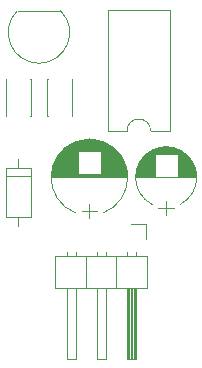
<source format=gto>
%TF.GenerationSoftware,KiCad,Pcbnew,(5.1.7)-1*%
%TF.CreationDate,2022-01-04T17:04:23+01:00*%
%TF.ProjectId,psu-module-negative,7073752d-6d6f-4647-956c-652d6e656761,rev?*%
%TF.SameCoordinates,Original*%
%TF.FileFunction,Legend,Top*%
%TF.FilePolarity,Positive*%
%FSLAX46Y46*%
G04 Gerber Fmt 4.6, Leading zero omitted, Abs format (unit mm)*
G04 Created by KiCad (PCBNEW (5.1.7)-1) date 2022-01-04 17:04:23*
%MOMM*%
%LPD*%
G01*
G04 APERTURE LIST*
%ADD10C,0.120000*%
%ADD11R,1.600000X1.600000*%
%ADD12O,1.600000X1.600000*%
%ADD13C,1.600000*%
%ADD14O,1.300000X1.300000*%
%ADD15C,1.300000*%
%ADD16R,1.700000X1.700000*%
%ADD17O,1.700000X1.700000*%
G04 APERTURE END LIST*
D10*
X18020000Y-20410000D02*
X15900000Y-20410000D01*
X16960000Y-24640000D02*
X16960000Y-23870000D01*
X16960000Y-18980000D02*
X16960000Y-19750000D01*
X18020000Y-23870000D02*
X18020000Y-19750000D01*
X15900000Y-23870000D02*
X18020000Y-23870000D01*
X15900000Y-19750000D02*
X15900000Y-23870000D01*
X18020000Y-19750000D02*
X15900000Y-19750000D01*
X19504000Y-15310000D02*
X19440000Y-15310000D01*
X21560000Y-15310000D02*
X21496000Y-15310000D01*
X19504000Y-12190000D02*
X19440000Y-12190000D01*
X21560000Y-12190000D02*
X21496000Y-12190000D01*
X19440000Y-12190000D02*
X19440000Y-15310000D01*
X21560000Y-12190000D02*
X21560000Y-15310000D01*
X15964000Y-15310000D02*
X15900000Y-15310000D01*
X18020000Y-15310000D02*
X17956000Y-15310000D01*
X15964000Y-12190000D02*
X15900000Y-12190000D01*
X18020000Y-12190000D02*
X17956000Y-12190000D01*
X15900000Y-12190000D02*
X15900000Y-15310000D01*
X18020000Y-12190000D02*
X18020000Y-15310000D01*
X20530000Y-6400000D02*
X16930000Y-6400000D01*
X20568478Y-6411522D02*
G75*
G02*
X18730000Y-10850000I-1838478J-1838478D01*
G01*
X16891522Y-6411522D02*
G75*
G03*
X18730000Y-10850000I1838478J-1838478D01*
G01*
X19800000Y-20500000D02*
X26200000Y-20500000D01*
X19800000Y-20460000D02*
X26200000Y-20460000D01*
X19800000Y-20420000D02*
X26200000Y-20420000D01*
X19802000Y-20380000D02*
X26198000Y-20380000D01*
X19803000Y-20340000D02*
X26197000Y-20340000D01*
X19806000Y-20300000D02*
X26194000Y-20300000D01*
X19808000Y-20260000D02*
X26192000Y-20260000D01*
X19812000Y-20220000D02*
X22020000Y-20220000D01*
X23980000Y-20220000D02*
X26188000Y-20220000D01*
X19815000Y-20180000D02*
X22020000Y-20180000D01*
X23980000Y-20180000D02*
X26185000Y-20180000D01*
X19820000Y-20140000D02*
X22020000Y-20140000D01*
X23980000Y-20140000D02*
X26180000Y-20140000D01*
X19824000Y-20100000D02*
X22020000Y-20100000D01*
X23980000Y-20100000D02*
X26176000Y-20100000D01*
X19830000Y-20060000D02*
X22020000Y-20060000D01*
X23980000Y-20060000D02*
X26170000Y-20060000D01*
X19835000Y-20020000D02*
X22020000Y-20020000D01*
X23980000Y-20020000D02*
X26165000Y-20020000D01*
X19842000Y-19980000D02*
X22020000Y-19980000D01*
X23980000Y-19980000D02*
X26158000Y-19980000D01*
X19848000Y-19940000D02*
X22020000Y-19940000D01*
X23980000Y-19940000D02*
X26152000Y-19940000D01*
X19856000Y-19900000D02*
X22020000Y-19900000D01*
X23980000Y-19900000D02*
X26144000Y-19900000D01*
X19863000Y-19860000D02*
X22020000Y-19860000D01*
X23980000Y-19860000D02*
X26137000Y-19860000D01*
X19872000Y-19820000D02*
X22020000Y-19820000D01*
X23980000Y-19820000D02*
X26128000Y-19820000D01*
X19881000Y-19779000D02*
X22020000Y-19779000D01*
X23980000Y-19779000D02*
X26119000Y-19779000D01*
X19890000Y-19739000D02*
X22020000Y-19739000D01*
X23980000Y-19739000D02*
X26110000Y-19739000D01*
X19900000Y-19699000D02*
X22020000Y-19699000D01*
X23980000Y-19699000D02*
X26100000Y-19699000D01*
X19910000Y-19659000D02*
X22020000Y-19659000D01*
X23980000Y-19659000D02*
X26090000Y-19659000D01*
X19921000Y-19619000D02*
X22020000Y-19619000D01*
X23980000Y-19619000D02*
X26079000Y-19619000D01*
X19933000Y-19579000D02*
X22020000Y-19579000D01*
X23980000Y-19579000D02*
X26067000Y-19579000D01*
X19945000Y-19539000D02*
X22020000Y-19539000D01*
X23980000Y-19539000D02*
X26055000Y-19539000D01*
X19958000Y-19499000D02*
X22020000Y-19499000D01*
X23980000Y-19499000D02*
X26042000Y-19499000D01*
X19971000Y-19459000D02*
X22020000Y-19459000D01*
X23980000Y-19459000D02*
X26029000Y-19459000D01*
X19985000Y-19419000D02*
X22020000Y-19419000D01*
X23980000Y-19419000D02*
X26015000Y-19419000D01*
X19999000Y-19379000D02*
X22020000Y-19379000D01*
X23980000Y-19379000D02*
X26001000Y-19379000D01*
X20014000Y-19339000D02*
X22020000Y-19339000D01*
X23980000Y-19339000D02*
X25986000Y-19339000D01*
X20030000Y-19299000D02*
X22020000Y-19299000D01*
X23980000Y-19299000D02*
X25970000Y-19299000D01*
X20046000Y-19259000D02*
X22020000Y-19259000D01*
X23980000Y-19259000D02*
X25954000Y-19259000D01*
X20063000Y-19219000D02*
X22020000Y-19219000D01*
X23980000Y-19219000D02*
X25937000Y-19219000D01*
X20081000Y-19179000D02*
X22020000Y-19179000D01*
X23980000Y-19179000D02*
X25919000Y-19179000D01*
X20099000Y-19139000D02*
X22020000Y-19139000D01*
X23980000Y-19139000D02*
X25901000Y-19139000D01*
X20118000Y-19099000D02*
X22020000Y-19099000D01*
X23980000Y-19099000D02*
X25882000Y-19099000D01*
X20137000Y-19059000D02*
X22020000Y-19059000D01*
X23980000Y-19059000D02*
X25863000Y-19059000D01*
X20157000Y-19019000D02*
X22020000Y-19019000D01*
X23980000Y-19019000D02*
X25843000Y-19019000D01*
X20178000Y-18979000D02*
X22020000Y-18979000D01*
X23980000Y-18979000D02*
X25822000Y-18979000D01*
X20200000Y-18939000D02*
X22020000Y-18939000D01*
X23980000Y-18939000D02*
X25800000Y-18939000D01*
X20222000Y-18899000D02*
X22020000Y-18899000D01*
X23980000Y-18899000D02*
X25778000Y-18899000D01*
X20245000Y-18859000D02*
X22020000Y-18859000D01*
X23980000Y-18859000D02*
X25755000Y-18859000D01*
X20269000Y-18819000D02*
X22020000Y-18819000D01*
X23980000Y-18819000D02*
X25731000Y-18819000D01*
X20294000Y-18779000D02*
X22020000Y-18779000D01*
X23980000Y-18779000D02*
X25706000Y-18779000D01*
X20319000Y-18739000D02*
X22020000Y-18739000D01*
X23980000Y-18739000D02*
X25681000Y-18739000D01*
X20346000Y-18699000D02*
X22020000Y-18699000D01*
X23980000Y-18699000D02*
X25654000Y-18699000D01*
X20373000Y-18659000D02*
X22020000Y-18659000D01*
X23980000Y-18659000D02*
X25627000Y-18659000D01*
X20401000Y-18619000D02*
X22020000Y-18619000D01*
X23980000Y-18619000D02*
X25599000Y-18619000D01*
X20430000Y-18579000D02*
X22020000Y-18579000D01*
X23980000Y-18579000D02*
X25570000Y-18579000D01*
X20460000Y-18539000D02*
X22020000Y-18539000D01*
X23980000Y-18539000D02*
X25540000Y-18539000D01*
X20490000Y-18499000D02*
X22020000Y-18499000D01*
X23980000Y-18499000D02*
X25510000Y-18499000D01*
X20522000Y-18459000D02*
X22020000Y-18459000D01*
X23980000Y-18459000D02*
X25478000Y-18459000D01*
X20555000Y-18419000D02*
X22020000Y-18419000D01*
X23980000Y-18419000D02*
X25445000Y-18419000D01*
X20589000Y-18379000D02*
X22020000Y-18379000D01*
X23980000Y-18379000D02*
X25411000Y-18379000D01*
X20625000Y-18339000D02*
X22020000Y-18339000D01*
X23980000Y-18339000D02*
X25375000Y-18339000D01*
X20661000Y-18299000D02*
X22020000Y-18299000D01*
X23980000Y-18299000D02*
X25339000Y-18299000D01*
X20699000Y-18259000D02*
X25301000Y-18259000D01*
X20738000Y-18219000D02*
X25262000Y-18219000D01*
X20778000Y-18179000D02*
X25222000Y-18179000D01*
X20820000Y-18139000D02*
X25180000Y-18139000D01*
X20863000Y-18099000D02*
X25137000Y-18099000D01*
X20908000Y-18059000D02*
X25092000Y-18059000D01*
X20955000Y-18019000D02*
X25045000Y-18019000D01*
X21003000Y-17979000D02*
X24997000Y-17979000D01*
X21054000Y-17939000D02*
X24946000Y-17939000D01*
X21106000Y-17899000D02*
X24894000Y-17899000D01*
X21161000Y-17859000D02*
X24839000Y-17859000D01*
X21219000Y-17819000D02*
X24781000Y-17819000D01*
X21279000Y-17779000D02*
X24721000Y-17779000D01*
X21342000Y-17739000D02*
X24658000Y-17739000D01*
X21409000Y-17699000D02*
X24591000Y-17699000D01*
X21480000Y-17659000D02*
X24520000Y-17659000D01*
X21555000Y-17619000D02*
X24445000Y-17619000D01*
X21636000Y-17579000D02*
X24364000Y-17579000D01*
X21722000Y-17539000D02*
X24278000Y-17539000D01*
X21816000Y-17499000D02*
X24184000Y-17499000D01*
X21919000Y-17459000D02*
X24081000Y-17459000D01*
X22034000Y-17419000D02*
X23966000Y-17419000D01*
X22166000Y-17379000D02*
X23834000Y-17379000D01*
X22324000Y-17339000D02*
X23676000Y-17339000D01*
X22532000Y-17299000D02*
X23468000Y-17299000D01*
X23000000Y-23950000D02*
X23000000Y-22750000D01*
X22350000Y-23350000D02*
X23650000Y-23350000D01*
X21820864Y-17482180D02*
G75*
G03*
X21820000Y-23517482I1179136J-3017820D01*
G01*
X24179136Y-17482180D02*
G75*
G02*
X24180000Y-23517482I-1179136J-3017820D01*
G01*
X24179136Y-17482180D02*
G75*
G03*
X21820000Y-17482518I-1179136J-3017820D01*
G01*
X28190000Y-16580000D02*
X29840000Y-16580000D01*
X29840000Y-16580000D02*
X29840000Y-6300000D01*
X29840000Y-6300000D02*
X24540000Y-6300000D01*
X24540000Y-6300000D02*
X24540000Y-16580000D01*
X24540000Y-16580000D02*
X26190000Y-16580000D01*
X26190000Y-16580000D02*
G75*
G02*
X28190000Y-16580000I1000000J0D01*
G01*
X26950000Y-20500000D02*
X32050000Y-20500000D01*
X26950000Y-20460000D02*
X28520000Y-20460000D01*
X30480000Y-20460000D02*
X32050000Y-20460000D01*
X26951000Y-20420000D02*
X28520000Y-20420000D01*
X30480000Y-20420000D02*
X32049000Y-20420000D01*
X26952000Y-20380000D02*
X28520000Y-20380000D01*
X30480000Y-20380000D02*
X32048000Y-20380000D01*
X26954000Y-20340000D02*
X28520000Y-20340000D01*
X30480000Y-20340000D02*
X32046000Y-20340000D01*
X26957000Y-20300000D02*
X28520000Y-20300000D01*
X30480000Y-20300000D02*
X32043000Y-20300000D01*
X26961000Y-20260000D02*
X28520000Y-20260000D01*
X30480000Y-20260000D02*
X32039000Y-20260000D01*
X26965000Y-20220000D02*
X28520000Y-20220000D01*
X30480000Y-20220000D02*
X32035000Y-20220000D01*
X26969000Y-20180000D02*
X28520000Y-20180000D01*
X30480000Y-20180000D02*
X32031000Y-20180000D01*
X26975000Y-20140000D02*
X28520000Y-20140000D01*
X30480000Y-20140000D02*
X32025000Y-20140000D01*
X26981000Y-20100000D02*
X28520000Y-20100000D01*
X30480000Y-20100000D02*
X32019000Y-20100000D01*
X26987000Y-20060000D02*
X28520000Y-20060000D01*
X30480000Y-20060000D02*
X32013000Y-20060000D01*
X26994000Y-20020000D02*
X28520000Y-20020000D01*
X30480000Y-20020000D02*
X32006000Y-20020000D01*
X27002000Y-19980000D02*
X28520000Y-19980000D01*
X30480000Y-19980000D02*
X31998000Y-19980000D01*
X27011000Y-19940000D02*
X28520000Y-19940000D01*
X30480000Y-19940000D02*
X31989000Y-19940000D01*
X27020000Y-19900000D02*
X28520000Y-19900000D01*
X30480000Y-19900000D02*
X31980000Y-19900000D01*
X27030000Y-19860000D02*
X28520000Y-19860000D01*
X30480000Y-19860000D02*
X31970000Y-19860000D01*
X27040000Y-19820000D02*
X28520000Y-19820000D01*
X30480000Y-19820000D02*
X31960000Y-19820000D01*
X27052000Y-19779000D02*
X28520000Y-19779000D01*
X30480000Y-19779000D02*
X31948000Y-19779000D01*
X27064000Y-19739000D02*
X28520000Y-19739000D01*
X30480000Y-19739000D02*
X31936000Y-19739000D01*
X27076000Y-19699000D02*
X28520000Y-19699000D01*
X30480000Y-19699000D02*
X31924000Y-19699000D01*
X27090000Y-19659000D02*
X28520000Y-19659000D01*
X30480000Y-19659000D02*
X31910000Y-19659000D01*
X27104000Y-19619000D02*
X28520000Y-19619000D01*
X30480000Y-19619000D02*
X31896000Y-19619000D01*
X27118000Y-19579000D02*
X28520000Y-19579000D01*
X30480000Y-19579000D02*
X31882000Y-19579000D01*
X27134000Y-19539000D02*
X28520000Y-19539000D01*
X30480000Y-19539000D02*
X31866000Y-19539000D01*
X27150000Y-19499000D02*
X28520000Y-19499000D01*
X30480000Y-19499000D02*
X31850000Y-19499000D01*
X27167000Y-19459000D02*
X28520000Y-19459000D01*
X30480000Y-19459000D02*
X31833000Y-19459000D01*
X27185000Y-19419000D02*
X28520000Y-19419000D01*
X30480000Y-19419000D02*
X31815000Y-19419000D01*
X27204000Y-19379000D02*
X28520000Y-19379000D01*
X30480000Y-19379000D02*
X31796000Y-19379000D01*
X27224000Y-19339000D02*
X28520000Y-19339000D01*
X30480000Y-19339000D02*
X31776000Y-19339000D01*
X27244000Y-19299000D02*
X28520000Y-19299000D01*
X30480000Y-19299000D02*
X31756000Y-19299000D01*
X27266000Y-19259000D02*
X28520000Y-19259000D01*
X30480000Y-19259000D02*
X31734000Y-19259000D01*
X27288000Y-19219000D02*
X28520000Y-19219000D01*
X30480000Y-19219000D02*
X31712000Y-19219000D01*
X27311000Y-19179000D02*
X28520000Y-19179000D01*
X30480000Y-19179000D02*
X31689000Y-19179000D01*
X27335000Y-19139000D02*
X28520000Y-19139000D01*
X30480000Y-19139000D02*
X31665000Y-19139000D01*
X27360000Y-19099000D02*
X28520000Y-19099000D01*
X30480000Y-19099000D02*
X31640000Y-19099000D01*
X27387000Y-19059000D02*
X28520000Y-19059000D01*
X30480000Y-19059000D02*
X31613000Y-19059000D01*
X27414000Y-19019000D02*
X28520000Y-19019000D01*
X30480000Y-19019000D02*
X31586000Y-19019000D01*
X27442000Y-18979000D02*
X28520000Y-18979000D01*
X30480000Y-18979000D02*
X31558000Y-18979000D01*
X27472000Y-18939000D02*
X28520000Y-18939000D01*
X30480000Y-18939000D02*
X31528000Y-18939000D01*
X27503000Y-18899000D02*
X28520000Y-18899000D01*
X30480000Y-18899000D02*
X31497000Y-18899000D01*
X27535000Y-18859000D02*
X28520000Y-18859000D01*
X30480000Y-18859000D02*
X31465000Y-18859000D01*
X27568000Y-18819000D02*
X28520000Y-18819000D01*
X30480000Y-18819000D02*
X31432000Y-18819000D01*
X27603000Y-18779000D02*
X28520000Y-18779000D01*
X30480000Y-18779000D02*
X31397000Y-18779000D01*
X27639000Y-18739000D02*
X28520000Y-18739000D01*
X30480000Y-18739000D02*
X31361000Y-18739000D01*
X27677000Y-18699000D02*
X28520000Y-18699000D01*
X30480000Y-18699000D02*
X31323000Y-18699000D01*
X27717000Y-18659000D02*
X28520000Y-18659000D01*
X30480000Y-18659000D02*
X31283000Y-18659000D01*
X27758000Y-18619000D02*
X28520000Y-18619000D01*
X30480000Y-18619000D02*
X31242000Y-18619000D01*
X27801000Y-18579000D02*
X28520000Y-18579000D01*
X30480000Y-18579000D02*
X31199000Y-18579000D01*
X27846000Y-18539000D02*
X28520000Y-18539000D01*
X30480000Y-18539000D02*
X31154000Y-18539000D01*
X27894000Y-18499000D02*
X31106000Y-18499000D01*
X27944000Y-18459000D02*
X31056000Y-18459000D01*
X27996000Y-18419000D02*
X31004000Y-18419000D01*
X28052000Y-18379000D02*
X30948000Y-18379000D01*
X28110000Y-18339000D02*
X30890000Y-18339000D01*
X28173000Y-18299000D02*
X30827000Y-18299000D01*
X28239000Y-18259000D02*
X30761000Y-18259000D01*
X28311000Y-18219000D02*
X30689000Y-18219000D01*
X28388000Y-18179000D02*
X30612000Y-18179000D01*
X28472000Y-18139000D02*
X30528000Y-18139000D01*
X28566000Y-18099000D02*
X30434000Y-18099000D01*
X28671000Y-18059000D02*
X30329000Y-18059000D01*
X28793000Y-18019000D02*
X30207000Y-18019000D01*
X28941000Y-17979000D02*
X30059000Y-17979000D01*
X29146000Y-17939000D02*
X29854000Y-17939000D01*
X29500000Y-23700000D02*
X29500000Y-22500000D01*
X28850000Y-23100000D02*
X30150000Y-23100000D01*
X28320277Y-18194278D02*
G75*
G03*
X28320000Y-22805580I1179723J-2305722D01*
G01*
X30679723Y-18194278D02*
G75*
G02*
X30680000Y-22805580I-1179723J-2305722D01*
G01*
X30679723Y-18194278D02*
G75*
G03*
X28320000Y-18194420I-1179723J-2305722D01*
G01*
X27870000Y-27190000D02*
X20130000Y-27190000D01*
X20130000Y-27190000D02*
X20130000Y-29850000D01*
X20130000Y-29850000D02*
X27870000Y-29850000D01*
X27870000Y-29850000D02*
X27870000Y-27190000D01*
X26920000Y-29850000D02*
X26920000Y-35850000D01*
X26920000Y-35850000D02*
X26160000Y-35850000D01*
X26160000Y-35850000D02*
X26160000Y-29850000D01*
X26860000Y-29850000D02*
X26860000Y-35850000D01*
X26740000Y-29850000D02*
X26740000Y-35850000D01*
X26620000Y-29850000D02*
X26620000Y-35850000D01*
X26500000Y-29850000D02*
X26500000Y-35850000D01*
X26380000Y-29850000D02*
X26380000Y-35850000D01*
X26260000Y-29850000D02*
X26260000Y-35850000D01*
X26920000Y-26860000D02*
X26920000Y-27190000D01*
X26160000Y-26860000D02*
X26160000Y-27190000D01*
X25270000Y-27190000D02*
X25270000Y-29850000D01*
X24380000Y-29850000D02*
X24380000Y-35850000D01*
X24380000Y-35850000D02*
X23620000Y-35850000D01*
X23620000Y-35850000D02*
X23620000Y-29850000D01*
X24380000Y-26792929D02*
X24380000Y-27190000D01*
X23620000Y-26792929D02*
X23620000Y-27190000D01*
X22730000Y-27190000D02*
X22730000Y-29850000D01*
X21840000Y-29850000D02*
X21840000Y-35850000D01*
X21840000Y-35850000D02*
X21080000Y-35850000D01*
X21080000Y-35850000D02*
X21080000Y-29850000D01*
X21840000Y-26792929D02*
X21840000Y-27190000D01*
X21080000Y-26792929D02*
X21080000Y-27190000D01*
X26540000Y-24480000D02*
X27810000Y-24480000D01*
X27810000Y-24480000D02*
X27810000Y-25750000D01*
%LPC*%
D11*
X16960000Y-18000000D03*
D12*
X16960000Y-25620000D03*
D13*
X20500000Y-12500000D03*
X20500000Y-15000000D03*
X16960000Y-12500000D03*
X16960000Y-15000000D03*
D14*
X18730000Y-9520000D03*
D15*
X20000000Y-8250000D03*
G36*
G01*
X17919619Y-7790381D02*
X17919619Y-7790381D01*
G75*
G02*
X17919619Y-8709619I-459619J-459619D01*
G01*
X17919619Y-8709619D01*
G75*
G02*
X17000381Y-8709619I-459619J459619D01*
G01*
X17000381Y-8709619D01*
G75*
G02*
X17000381Y-7790381I459619J459619D01*
G01*
X17000381Y-7790381D01*
G75*
G02*
X17919619Y-7790381I459619J-459619D01*
G01*
G37*
D11*
X23000000Y-21750000D03*
D13*
X23000000Y-19250000D03*
D11*
X31000000Y-15250000D03*
D12*
X23380000Y-7630000D03*
X31000000Y-12710000D03*
X23380000Y-10170000D03*
X31000000Y-10170000D03*
X23380000Y-12710000D03*
X31000000Y-7630000D03*
X23380000Y-15250000D03*
D11*
X29500000Y-21500000D03*
D13*
X29500000Y-19500000D03*
D16*
X26540000Y-25750000D03*
D17*
X24000000Y-25750000D03*
X21460000Y-25750000D03*
M02*

</source>
